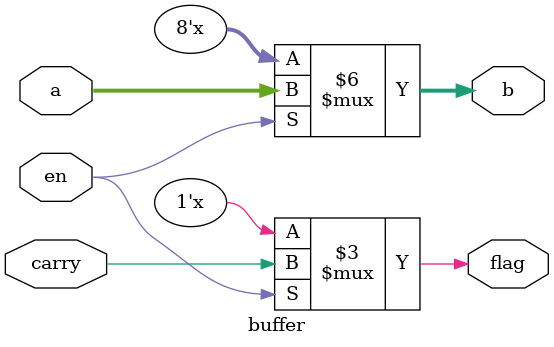
<source format=v>
module buffer (a, b, en, carry, flag);
    input [7:0] a;
    input en;
    input carry;
    output reg [7:0] b;
    output reg flag;

    always @(*) begin
        if (en) begin
            b = a;
            flag = carry;
        end else begin
            b = 8'bzzzzzzzz;
            flag = 1'bz;
        end
    end
endmodule
</source>
